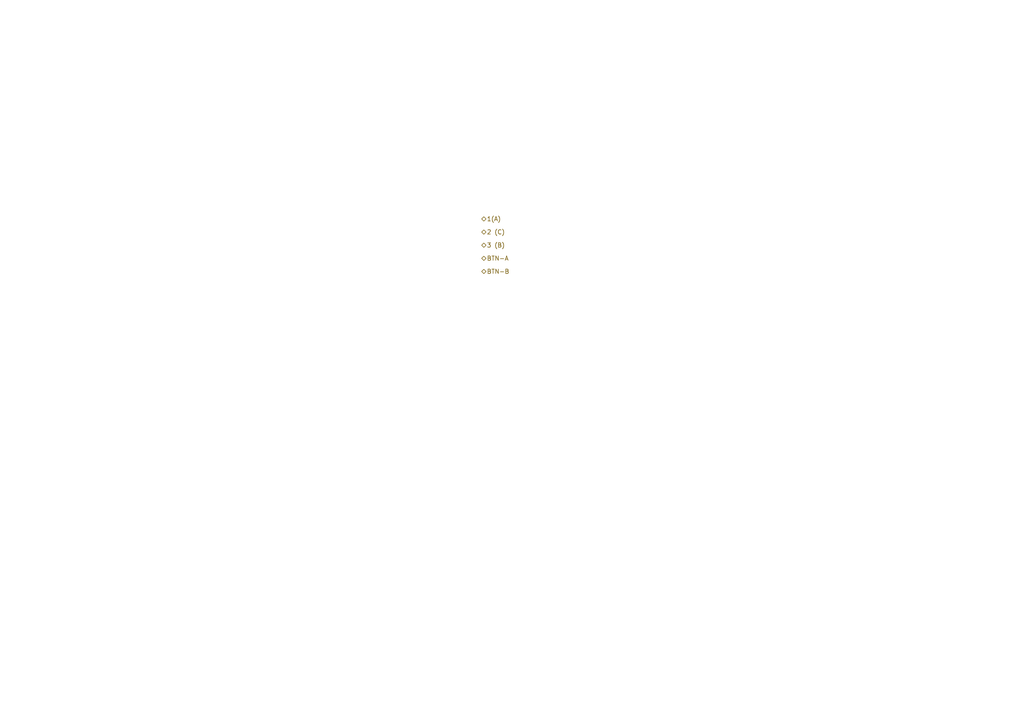
<source format=kicad_sch>
(kicad_sch (version 20230121) (generator eeschema)
  (paper "A4")
  (lib_symbols)
  (hierarchical_label "3 (B)" (shape bidirectional) (at 139.7 71.12 0))
  (hierarchical_label "BTN-B" (shape bidirectional) (at 139.7 78.74 0))
  (hierarchical_label "1(A)" (shape bidirectional) (at 139.7 63.5 0))
  (hierarchical_label "2 (C)" (shape bidirectional) (at 139.7 67.31 0))
  (hierarchical_label "BTN-A" (shape bidirectional) (at 139.7 74.93 0))
)
</source>
